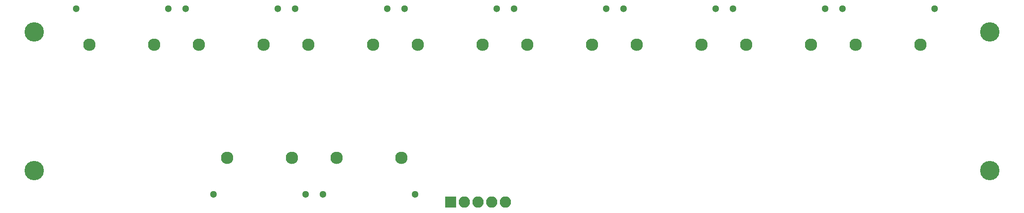
<source format=gbs>
G04 #@! TF.FileFunction,Soldermask,Bot*
%FSLAX46Y46*%
G04 Gerber Fmt 4.6, Leading zero omitted, Abs format (unit mm)*
G04 Created by KiCad (PCBNEW 4.0.4-stable) date 03/09/17 09:34:19*
%MOMM*%
%LPD*%
G01*
G04 APERTURE LIST*
%ADD10C,0.100000*%
%ADD11C,1.300000*%
%ADD12C,2.300000*%
%ADD13C,3.600000*%
%ADD14R,2.100000X2.100000*%
%ADD15O,2.100000X2.100000*%
G04 APERTURE END LIST*
D10*
D11*
X69340000Y-62985000D03*
D12*
X66740000Y-69725000D03*
X54750000Y-69725000D03*
D11*
X52240000Y-62985000D03*
D13*
X221869000Y-93091000D03*
X44450000Y-93091000D03*
X221869000Y-67310000D03*
D11*
X77726000Y-97416000D03*
D12*
X80326000Y-90676000D03*
X92316000Y-90676000D03*
D11*
X94826000Y-97416000D03*
X98046000Y-97416000D03*
D12*
X100646000Y-90676000D03*
X112636000Y-90676000D03*
D11*
X115146000Y-97416000D03*
X89660000Y-62985000D03*
D12*
X87060000Y-69725000D03*
X75070000Y-69725000D03*
D11*
X72560000Y-62985000D03*
X109980000Y-62985000D03*
D12*
X107380000Y-69725000D03*
X95390000Y-69725000D03*
D11*
X92880000Y-62985000D03*
X130300000Y-62985000D03*
D12*
X127700000Y-69725000D03*
X115710000Y-69725000D03*
D11*
X113200000Y-62985000D03*
X150620000Y-62985000D03*
D12*
X148020000Y-69725000D03*
X136030000Y-69725000D03*
D11*
X133520000Y-62985000D03*
X170940000Y-62985000D03*
D12*
X168340000Y-69725000D03*
X156350000Y-69725000D03*
D11*
X153840000Y-62985000D03*
X191260000Y-62985000D03*
D12*
X188660000Y-69725000D03*
X176670000Y-69725000D03*
D11*
X174160000Y-62985000D03*
X211580000Y-62985000D03*
D12*
X208980000Y-69725000D03*
X196990000Y-69725000D03*
D11*
X194480000Y-62985000D03*
D14*
X121793000Y-98933000D03*
D15*
X124333000Y-98933000D03*
X126873000Y-98933000D03*
X129413000Y-98933000D03*
X131953000Y-98933000D03*
D13*
X44450000Y-67310000D03*
M02*

</source>
